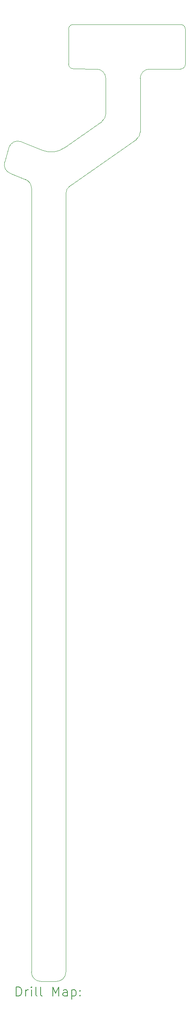
<source format=gbr>
%TF.GenerationSoftware,KiCad,Pcbnew,8.0.2*%
%TF.CreationDate,2025-02-10T20:40:31+01:00*%
%TF.ProjectId,FT25_AMS_VSENS,46543235-5f41-44d5-935f-5653454e532e,rev?*%
%TF.SameCoordinates,Original*%
%TF.FileFunction,Drillmap*%
%TF.FilePolarity,Positive*%
%FSLAX45Y45*%
G04 Gerber Fmt 4.5, Leading zero omitted, Abs format (unit mm)*
G04 Created by KiCad (PCBNEW 8.0.2) date 2025-02-10 20:40:31*
%MOMM*%
%LPD*%
G01*
G04 APERTURE LIST*
%ADD10C,0.050000*%
%ADD11C,0.200000*%
G04 APERTURE END LIST*
D10*
X22920000Y-4080367D02*
X22920000Y-4830000D01*
X19128085Y-6623386D02*
G75*
G02*
X19394450Y-6494242I191865J-56464D01*
G01*
X20510000Y-3980005D02*
X22820000Y-3980005D01*
X20352994Y-7607614D02*
G75*
G02*
X20438280Y-7443786I200006J-6D01*
G01*
X19863992Y-6682723D02*
X19394448Y-6494248D01*
X20352994Y-7607614D02*
X20352994Y-24303501D01*
X21210341Y-5895694D02*
X21210341Y-5135027D01*
X20308020Y-6631619D02*
G75*
G02*
X19863993Y-6682721I-269200J384459D01*
G01*
X21865056Y-6444744D02*
X20438279Y-7443784D01*
X20510708Y-4929290D02*
G75*
G02*
X20410710Y-4829290I2J100000D01*
G01*
X22819285Y-3980176D02*
G75*
G02*
X22919832Y-4081254I5J-100544D01*
G01*
X20410711Y-4829290D02*
X20410718Y-4080005D01*
X22920062Y-4829999D02*
G75*
G02*
X22814782Y-4934992I-105003J9D01*
G01*
X21210341Y-5895694D02*
G75*
G02*
X21125059Y-6059529I-200001J-6D01*
G01*
X21950341Y-5135027D02*
G75*
G02*
X22150341Y-4935021I199999J7D01*
G01*
X19155668Y-7170489D02*
G75*
G02*
X19038303Y-6928414I74502J185609D01*
G01*
X19038307Y-6928415D02*
X19128085Y-6623386D01*
X21950341Y-6280914D02*
G75*
G02*
X21865054Y-6444742I-200001J4D01*
G01*
X21950341Y-5135027D02*
X21950341Y-6280914D01*
X21010341Y-4935027D02*
X20510708Y-4929290D01*
X20352994Y-24303501D02*
G75*
G02*
X20152994Y-24503494I-199994J1D01*
G01*
X20410718Y-4080005D02*
G75*
G02*
X20510000Y-3980010I99992J5D01*
G01*
X19612994Y-24303501D02*
X19612994Y-7489288D01*
X19487495Y-7303681D02*
X19155668Y-7170489D01*
X20152994Y-24503501D02*
X19812994Y-24503501D01*
X20308020Y-6631619D02*
X21125056Y-6059525D01*
X21010341Y-4935027D02*
G75*
G02*
X21210333Y-5135027I-11J-200003D01*
G01*
X19812994Y-24503501D02*
G75*
G02*
X19612989Y-24303501I6J200011D01*
G01*
X22149782Y-4934993D02*
X22814782Y-4934993D01*
X19487495Y-7303681D02*
G75*
G02*
X19612991Y-7489288I-74495J-185599D01*
G01*
D11*
X19288444Y-24817485D02*
X19288444Y-24617485D01*
X19288444Y-24617485D02*
X19336063Y-24617485D01*
X19336063Y-24617485D02*
X19364634Y-24627009D01*
X19364634Y-24627009D02*
X19383682Y-24646057D01*
X19383682Y-24646057D02*
X19393206Y-24665104D01*
X19393206Y-24665104D02*
X19402729Y-24703199D01*
X19402729Y-24703199D02*
X19402729Y-24731771D01*
X19402729Y-24731771D02*
X19393206Y-24769866D01*
X19393206Y-24769866D02*
X19383682Y-24788914D01*
X19383682Y-24788914D02*
X19364634Y-24807961D01*
X19364634Y-24807961D02*
X19336063Y-24817485D01*
X19336063Y-24817485D02*
X19288444Y-24817485D01*
X19488444Y-24817485D02*
X19488444Y-24684152D01*
X19488444Y-24722247D02*
X19497967Y-24703199D01*
X19497967Y-24703199D02*
X19507491Y-24693676D01*
X19507491Y-24693676D02*
X19526539Y-24684152D01*
X19526539Y-24684152D02*
X19545587Y-24684152D01*
X19612253Y-24817485D02*
X19612253Y-24684152D01*
X19612253Y-24617485D02*
X19602729Y-24627009D01*
X19602729Y-24627009D02*
X19612253Y-24636533D01*
X19612253Y-24636533D02*
X19621777Y-24627009D01*
X19621777Y-24627009D02*
X19612253Y-24617485D01*
X19612253Y-24617485D02*
X19612253Y-24636533D01*
X19736063Y-24817485D02*
X19717015Y-24807961D01*
X19717015Y-24807961D02*
X19707491Y-24788914D01*
X19707491Y-24788914D02*
X19707491Y-24617485D01*
X19840825Y-24817485D02*
X19821777Y-24807961D01*
X19821777Y-24807961D02*
X19812253Y-24788914D01*
X19812253Y-24788914D02*
X19812253Y-24617485D01*
X20069396Y-24817485D02*
X20069396Y-24617485D01*
X20069396Y-24617485D02*
X20136063Y-24760342D01*
X20136063Y-24760342D02*
X20202729Y-24617485D01*
X20202729Y-24617485D02*
X20202729Y-24817485D01*
X20383682Y-24817485D02*
X20383682Y-24712723D01*
X20383682Y-24712723D02*
X20374158Y-24693676D01*
X20374158Y-24693676D02*
X20355110Y-24684152D01*
X20355110Y-24684152D02*
X20317015Y-24684152D01*
X20317015Y-24684152D02*
X20297967Y-24693676D01*
X20383682Y-24807961D02*
X20364634Y-24817485D01*
X20364634Y-24817485D02*
X20317015Y-24817485D01*
X20317015Y-24817485D02*
X20297967Y-24807961D01*
X20297967Y-24807961D02*
X20288444Y-24788914D01*
X20288444Y-24788914D02*
X20288444Y-24769866D01*
X20288444Y-24769866D02*
X20297967Y-24750818D01*
X20297967Y-24750818D02*
X20317015Y-24741295D01*
X20317015Y-24741295D02*
X20364634Y-24741295D01*
X20364634Y-24741295D02*
X20383682Y-24731771D01*
X20478920Y-24684152D02*
X20478920Y-24884152D01*
X20478920Y-24693676D02*
X20497967Y-24684152D01*
X20497967Y-24684152D02*
X20536063Y-24684152D01*
X20536063Y-24684152D02*
X20555110Y-24693676D01*
X20555110Y-24693676D02*
X20564634Y-24703199D01*
X20564634Y-24703199D02*
X20574158Y-24722247D01*
X20574158Y-24722247D02*
X20574158Y-24779390D01*
X20574158Y-24779390D02*
X20564634Y-24798437D01*
X20564634Y-24798437D02*
X20555110Y-24807961D01*
X20555110Y-24807961D02*
X20536063Y-24817485D01*
X20536063Y-24817485D02*
X20497967Y-24817485D01*
X20497967Y-24817485D02*
X20478920Y-24807961D01*
X20659872Y-24798437D02*
X20669396Y-24807961D01*
X20669396Y-24807961D02*
X20659872Y-24817485D01*
X20659872Y-24817485D02*
X20650348Y-24807961D01*
X20650348Y-24807961D02*
X20659872Y-24798437D01*
X20659872Y-24798437D02*
X20659872Y-24817485D01*
X20659872Y-24693676D02*
X20669396Y-24703199D01*
X20669396Y-24703199D02*
X20659872Y-24712723D01*
X20659872Y-24712723D02*
X20650348Y-24703199D01*
X20650348Y-24703199D02*
X20659872Y-24693676D01*
X20659872Y-24693676D02*
X20659872Y-24712723D01*
M02*

</source>
